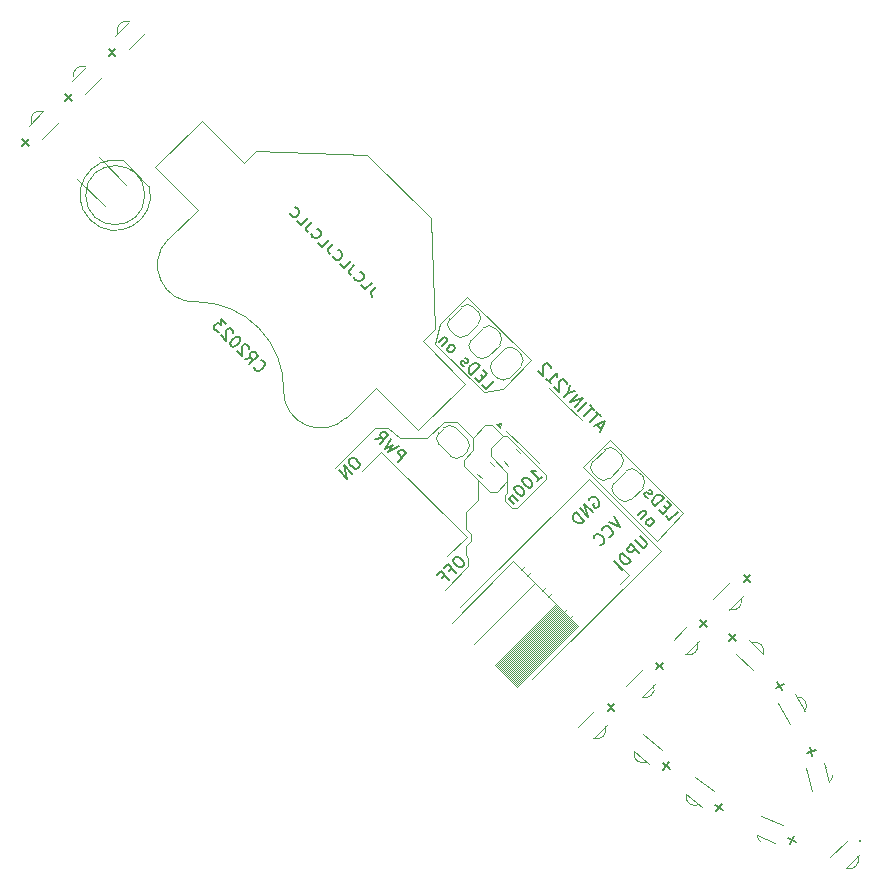
<source format=gbo>
G04 #@! TF.GenerationSoftware,KiCad,Pcbnew,8.0.3-8.0.3-0~ubuntu22.04.1*
G04 #@! TF.CreationDate,2024-06-25T01:58:43+02:00*
G04 #@! TF.ProjectId,ctfl-rakete-tht,6374666c-2d72-4616-9b65-74652d746874,Rev.A*
G04 #@! TF.SameCoordinates,Original*
G04 #@! TF.FileFunction,Legend,Bot*
G04 #@! TF.FilePolarity,Positive*
%FSLAX46Y46*%
G04 Gerber Fmt 4.6, Leading zero omitted, Abs format (unit mm)*
G04 Created by KiCad (PCBNEW 8.0.3-8.0.3-0~ubuntu22.04.1) date 2024-06-25 01:58:43*
%MOMM*%
%LPD*%
G01*
G04 APERTURE LIST*
G04 Aperture macros list*
%AMRoundRect*
0 Rectangle with rounded corners*
0 $1 Rounding radius*
0 $2 $3 $4 $5 $6 $7 $8 $9 X,Y pos of 4 corners*
0 Add a 4 corners polygon primitive as box body*
4,1,4,$2,$3,$4,$5,$6,$7,$8,$9,$2,$3,0*
0 Add four circle primitives for the rounded corners*
1,1,$1+$1,$2,$3*
1,1,$1+$1,$4,$5*
1,1,$1+$1,$6,$7*
1,1,$1+$1,$8,$9*
0 Add four rect primitives between the rounded corners*
20,1,$1+$1,$2,$3,$4,$5,0*
20,1,$1+$1,$4,$5,$6,$7,0*
20,1,$1+$1,$6,$7,$8,$9,0*
20,1,$1+$1,$8,$9,$2,$3,0*%
%AMRotRect*
0 Rectangle, with rotation*
0 The origin of the aperture is its center*
0 $1 length*
0 $2 width*
0 $3 Rotation angle, in degrees counterclockwise*
0 Add horizontal line*
21,1,$1,$2,0,0,$3*%
%AMFreePoly0*
4,1,19,0.499999,-0.750000,0.000000,-0.750000,0.000000,-0.744912,-0.071157,-0.744911,-0.207708,-0.704816,-0.327430,-0.627875,-0.420627,-0.520320,-0.479746,-0.390866,-0.500000,-0.250000,-0.500000,0.250000,-0.479746,0.390866,-0.420627,0.520320,-0.327430,0.627875,-0.207708,0.704816,-0.071157,0.744911,0.000000,0.744912,0.000000,0.750000,0.499999,0.750000,0.499999,-0.750000,0.499999,-0.750000,
$1*%
%AMFreePoly1*
4,1,19,0.000000,0.744912,0.071157,0.744911,0.207708,0.704816,0.327430,0.627875,0.420627,0.520320,0.479746,0.390866,0.500000,0.250000,0.500000,-0.250000,0.479746,-0.390866,0.420627,-0.520320,0.327430,-0.627875,0.207708,-0.704816,0.071157,-0.744911,0.000000,-0.744912,0.000000,-0.750000,-0.499999,-0.750000,-0.499999,0.750000,0.000000,0.750000,0.000000,0.744912,0.000000,0.744912,
$1*%
G04 Aperture macros list end*
%ADD10C,0.100000*%
%ADD11C,0.200000*%
%ADD12C,0.150000*%
%ADD13C,0.120000*%
%ADD14RotRect,5.000000X5.000000X315.000000*%
%ADD15RotRect,4.000000X4.000000X315.000000*%
%ADD16RoundRect,0.250000X0.546382X0.097939X0.078811X0.549467X-0.546382X-0.097939X-0.078811X-0.549467X0*%
%ADD17FreePoly0,315.000000*%
%ADD18FreePoly1,315.000000*%
%ADD19FreePoly0,45.000000*%
%ADD20FreePoly1,45.000000*%
%ADD21RoundRect,0.250000X0.088388X-0.548008X0.548008X-0.088388X-0.088388X0.548008X-0.548008X0.088388X0*%
%ADD22RoundRect,0.250000X0.574524X0.097227X0.097227X0.574524X-0.574524X-0.097227X-0.097227X-0.574524X0*%
%ADD23RoundRect,0.250000X0.551142X-0.066087X0.236016X0.502416X-0.551142X0.066087X-0.236016X-0.502416X0*%
%ADD24RoundRect,0.375000X0.883883X-1.414214X1.414214X-0.883883X-0.883883X1.414214X-1.414214X0.883883X0*%
%ADD25RoundRect,0.375000X-0.883883X1.414214X-1.414214X0.883883X0.883883X-1.414214X1.414214X-0.883883X0*%
%ADD26RoundRect,0.250000X-0.088388X0.548008X-0.548008X0.088388X0.088388X-0.548008X0.548008X-0.088388X0*%
%ADD27RoundRect,0.375000X-1.026620X-1.314268X-0.346889X-1.631232X1.026620X1.314268X0.346889X1.631232X0*%
%ADD28RoundRect,0.375000X-1.631232X-0.346889X-1.314268X-1.026620X1.631232X0.346889X1.314268X1.026620X0*%
%ADD29RoundRect,0.250000X-0.538219X-0.135814X-0.040290X-0.553626X0.538219X0.135814X0.040290X0.553626X0*%
%ADD30RoundRect,0.250000X-0.530373X-0.163796X-0.011260X-0.554976X0.530373X0.163796X0.011260X0.554976X0*%
%ADD31RoundRect,0.200000X1.131371X0.707107X0.707107X1.131371X-1.131371X-0.707107X-0.707107X-1.131371X0*%
%ADD32RoundRect,0.150000X-0.689429X0.477297X0.477297X-0.689429X0.689429X-0.477297X-0.477297X0.689429X0*%
%ADD33RotRect,5.000000X1.700000X45.000000*%
%ADD34RoundRect,0.250000X0.518783X-0.197457X0.350550X0.430394X-0.518783X0.197457X-0.350550X-0.430394X0*%
%ADD35RoundRect,0.250000X-0.479934X-0.278906X0.113871X-0.543285X0.479934X0.278906X-0.113871X0.543285X0*%
G04 APERTURE END LIST*
D10*
X117900000Y-69000000D02*
X120100000Y-71200000D01*
X150400000Y-92300000D02*
X153700000Y-95600000D01*
X153700000Y-95600000D02*
X153700000Y-95900000D01*
X163400000Y-102000000D02*
X152500000Y-112900000D01*
X150400000Y-95400000D02*
X150400000Y-96100000D01*
X157300000Y-95900000D02*
X163400000Y-102000000D01*
X150800000Y-98400000D02*
X150200000Y-97800000D01*
X149100000Y-91400000D02*
X148500000Y-91400000D01*
X147300000Y-100600000D02*
X146900000Y-100200000D01*
X148900000Y-97000000D02*
X149500000Y-97000000D01*
X163100000Y-101200000D02*
X156800000Y-94900000D01*
X159100000Y-92600000D02*
X165300000Y-98800000D01*
X153700000Y-95900000D02*
X151200000Y-98400000D01*
X146400000Y-106800000D02*
X157300000Y-95900000D01*
X152400000Y-85900000D02*
X150000000Y-88300000D01*
X156800000Y-94900000D02*
X159100000Y-92600000D01*
X146900000Y-101600000D02*
X147300000Y-101200000D01*
X150400000Y-96100000D02*
X150400000Y-97100000D01*
X146900000Y-102400000D02*
X146900000Y-101600000D01*
X149000000Y-94000000D02*
X149000000Y-93300000D01*
X146900000Y-100200000D02*
X146900000Y-98700000D01*
X147900000Y-96000000D02*
X147900000Y-97700000D01*
X150400000Y-97100000D02*
X150200000Y-97300000D01*
X150000000Y-92300000D02*
X150400000Y-92300000D01*
X139200000Y-91600000D02*
X135800000Y-95000000D01*
X144300000Y-84500000D02*
X144700000Y-82800000D01*
X147100000Y-102650000D02*
X146900000Y-102400000D01*
X146700000Y-94800000D02*
X148900000Y-97000000D01*
X147000000Y-80500000D02*
X152400000Y-85900000D01*
X144700000Y-82800000D02*
X147000000Y-80500000D01*
X150200000Y-97300000D02*
X150200000Y-97800000D01*
X120099999Y-71200000D02*
G75*
G02*
X117900000Y-69000001I-2899999J-700000D01*
G01*
X149000000Y-93300000D02*
X150000000Y-92300000D01*
X146700000Y-94300000D02*
X146700000Y-94800000D01*
X147300000Y-101200000D02*
X147300000Y-100600000D01*
X140300000Y-91600000D02*
X139200000Y-91600000D01*
X140300000Y-91600000D02*
X141300000Y-92500000D01*
X151200000Y-98400000D02*
X150800000Y-98400000D01*
X150000000Y-92300000D02*
X149100000Y-91400000D01*
X141300000Y-92500000D02*
X143600000Y-92500000D01*
X118100000Y-71000000D02*
X115800000Y-68700000D01*
X150400000Y-96100000D02*
X149500000Y-97000000D01*
X146900000Y-98700000D02*
X147900000Y-97700000D01*
X147500000Y-92500000D02*
X146100000Y-91100000D01*
X116300000Y-72800000D02*
X114000000Y-70500000D01*
X150000000Y-88300000D02*
X148400000Y-88600000D01*
X147500000Y-93500000D02*
X147500000Y-92500000D01*
X147500000Y-93500000D02*
X146700000Y-94300000D01*
X148400000Y-88600000D02*
X144300000Y-84500000D01*
X165300000Y-98800000D02*
X163100000Y-101200000D01*
X146100000Y-91100000D02*
X145000000Y-91100000D01*
X145000000Y-91100000D02*
X143600000Y-92500000D01*
X119700000Y-71900000D02*
G75*
G02*
X114700000Y-71900000I-2500000J0D01*
G01*
X114700000Y-71900000D02*
G75*
G02*
X119700000Y-71900000I2500000J0D01*
G01*
X147100000Y-102650000D02*
X147100000Y-103300000D01*
X149000000Y-94000000D02*
X150400000Y-95400000D01*
X147100000Y-103300000D02*
X145100000Y-105300000D01*
X148500000Y-91400000D02*
X147500000Y-92500000D01*
D11*
X128929133Y-86433980D02*
X128929133Y-86501324D01*
X128929133Y-86501324D02*
X128996476Y-86636011D01*
X128996476Y-86636011D02*
X129063820Y-86703354D01*
X129063820Y-86703354D02*
X129198507Y-86770698D01*
X129198507Y-86770698D02*
X129333194Y-86770698D01*
X129333194Y-86770698D02*
X129434209Y-86737026D01*
X129434209Y-86737026D02*
X129602568Y-86636011D01*
X129602568Y-86636011D02*
X129703583Y-86534996D01*
X129703583Y-86534996D02*
X129804599Y-86366637D01*
X129804599Y-86366637D02*
X129838270Y-86265622D01*
X129838270Y-86265622D02*
X129838270Y-86130935D01*
X129838270Y-86130935D02*
X129770927Y-85996248D01*
X129770927Y-85996248D02*
X129703583Y-85928904D01*
X129703583Y-85928904D02*
X129568896Y-85861561D01*
X129568896Y-85861561D02*
X129501553Y-85861561D01*
X128154683Y-85794217D02*
X128727102Y-85693202D01*
X128558744Y-86198278D02*
X129265850Y-85491171D01*
X129265850Y-85491171D02*
X128996476Y-85221797D01*
X128996476Y-85221797D02*
X128895461Y-85188125D01*
X128895461Y-85188125D02*
X128828118Y-85188125D01*
X128828118Y-85188125D02*
X128727102Y-85221797D01*
X128727102Y-85221797D02*
X128626087Y-85322812D01*
X128626087Y-85322812D02*
X128592415Y-85423828D01*
X128592415Y-85423828D02*
X128592415Y-85491171D01*
X128592415Y-85491171D02*
X128626087Y-85592186D01*
X128626087Y-85592186D02*
X128895461Y-85861561D01*
X128525072Y-84885080D02*
X128525072Y-84817736D01*
X128525072Y-84817736D02*
X128491400Y-84716721D01*
X128491400Y-84716721D02*
X128323041Y-84548362D01*
X128323041Y-84548362D02*
X128222026Y-84514690D01*
X128222026Y-84514690D02*
X128154683Y-84514690D01*
X128154683Y-84514690D02*
X128053667Y-84548362D01*
X128053667Y-84548362D02*
X127986324Y-84615706D01*
X127986324Y-84615706D02*
X127918980Y-84750393D01*
X127918980Y-84750393D02*
X127918980Y-85558515D01*
X127918980Y-85558515D02*
X127481248Y-85120782D01*
X127750622Y-83975942D02*
X127683278Y-83908599D01*
X127683278Y-83908599D02*
X127582263Y-83874927D01*
X127582263Y-83874927D02*
X127514919Y-83874927D01*
X127514919Y-83874927D02*
X127413904Y-83908599D01*
X127413904Y-83908599D02*
X127245545Y-84009614D01*
X127245545Y-84009614D02*
X127077187Y-84177973D01*
X127077187Y-84177973D02*
X126976171Y-84346332D01*
X126976171Y-84346332D02*
X126942500Y-84447347D01*
X126942500Y-84447347D02*
X126942500Y-84514690D01*
X126942500Y-84514690D02*
X126976171Y-84615706D01*
X126976171Y-84615706D02*
X127043515Y-84683049D01*
X127043515Y-84683049D02*
X127144530Y-84716721D01*
X127144530Y-84716721D02*
X127211874Y-84716721D01*
X127211874Y-84716721D02*
X127312889Y-84683049D01*
X127312889Y-84683049D02*
X127481248Y-84582034D01*
X127481248Y-84582034D02*
X127649606Y-84413675D01*
X127649606Y-84413675D02*
X127750622Y-84245316D01*
X127750622Y-84245316D02*
X127784293Y-84144301D01*
X127784293Y-84144301D02*
X127784293Y-84076958D01*
X127784293Y-84076958D02*
X127750622Y-83975942D01*
X127178202Y-83538210D02*
X127178202Y-83470866D01*
X127178202Y-83470866D02*
X127144530Y-83369851D01*
X127144530Y-83369851D02*
X126976171Y-83201492D01*
X126976171Y-83201492D02*
X126875156Y-83167820D01*
X126875156Y-83167820D02*
X126807813Y-83167820D01*
X126807813Y-83167820D02*
X126706797Y-83201492D01*
X126706797Y-83201492D02*
X126639454Y-83268836D01*
X126639454Y-83268836D02*
X126572110Y-83403523D01*
X126572110Y-83403523D02*
X126572110Y-84211645D01*
X126572110Y-84211645D02*
X126134378Y-83773912D01*
X126605782Y-82831103D02*
X126168049Y-82393370D01*
X126168049Y-82393370D02*
X126134378Y-82898446D01*
X126134378Y-82898446D02*
X126033362Y-82797431D01*
X126033362Y-82797431D02*
X125932347Y-82763759D01*
X125932347Y-82763759D02*
X125865003Y-82763759D01*
X125865003Y-82763759D02*
X125763988Y-82797431D01*
X125763988Y-82797431D02*
X125595629Y-82965790D01*
X125595629Y-82965790D02*
X125561958Y-83066805D01*
X125561958Y-83066805D02*
X125561958Y-83134149D01*
X125561958Y-83134149D02*
X125595629Y-83235164D01*
X125595629Y-83235164D02*
X125797660Y-83437194D01*
X125797660Y-83437194D02*
X125898675Y-83470866D01*
X125898675Y-83470866D02*
X125966019Y-83470866D01*
X141123041Y-94462575D02*
X141830148Y-93755469D01*
X141830148Y-93755469D02*
X141560774Y-93486094D01*
X141560774Y-93486094D02*
X141459758Y-93452423D01*
X141459758Y-93452423D02*
X141392415Y-93452423D01*
X141392415Y-93452423D02*
X141291400Y-93486094D01*
X141291400Y-93486094D02*
X141190384Y-93587110D01*
X141190384Y-93587110D02*
X141156713Y-93688125D01*
X141156713Y-93688125D02*
X141156713Y-93755469D01*
X141156713Y-93755469D02*
X141190384Y-93856484D01*
X141190384Y-93856484D02*
X141459758Y-94125858D01*
X141190384Y-93115705D02*
X140314919Y-93654453D01*
X140314919Y-93654453D02*
X140685308Y-93014690D01*
X140685308Y-93014690D02*
X140045545Y-93385079D01*
X140045545Y-93385079D02*
X140584293Y-92509614D01*
X139203751Y-92543286D02*
X139776171Y-92442270D01*
X139607812Y-92947347D02*
X140314919Y-92240240D01*
X140314919Y-92240240D02*
X140045545Y-91970866D01*
X140045545Y-91970866D02*
X139944530Y-91937194D01*
X139944530Y-91937194D02*
X139877186Y-91937194D01*
X139877186Y-91937194D02*
X139776171Y-91970866D01*
X139776171Y-91970866D02*
X139675156Y-92071881D01*
X139675156Y-92071881D02*
X139641484Y-92172896D01*
X139641484Y-92172896D02*
X139641484Y-92240240D01*
X139641484Y-92240240D02*
X139675156Y-92341255D01*
X139675156Y-92341255D02*
X139944530Y-92610629D01*
X161590155Y-100735164D02*
X162162575Y-101307584D01*
X162162575Y-101307584D02*
X162196247Y-101408599D01*
X162196247Y-101408599D02*
X162196247Y-101475943D01*
X162196247Y-101475943D02*
X162162575Y-101576958D01*
X162162575Y-101576958D02*
X162027888Y-101711645D01*
X162027888Y-101711645D02*
X161926873Y-101745317D01*
X161926873Y-101745317D02*
X161859529Y-101745317D01*
X161859529Y-101745317D02*
X161758514Y-101711645D01*
X161758514Y-101711645D02*
X161186094Y-101139225D01*
X161556484Y-102183050D02*
X160849377Y-101475943D01*
X160849377Y-101475943D02*
X160580003Y-101745317D01*
X160580003Y-101745317D02*
X160546331Y-101846332D01*
X160546331Y-101846332D02*
X160546331Y-101913676D01*
X160546331Y-101913676D02*
X160580003Y-102014691D01*
X160580003Y-102014691D02*
X160681018Y-102115706D01*
X160681018Y-102115706D02*
X160782033Y-102149378D01*
X160782033Y-102149378D02*
X160849377Y-102149378D01*
X160849377Y-102149378D02*
X160950392Y-102115706D01*
X160950392Y-102115706D02*
X161219766Y-101846332D01*
X160849377Y-102890156D02*
X160142270Y-102183050D01*
X160142270Y-102183050D02*
X159973911Y-102351408D01*
X159973911Y-102351408D02*
X159906568Y-102486095D01*
X159906568Y-102486095D02*
X159906568Y-102620782D01*
X159906568Y-102620782D02*
X159940240Y-102721798D01*
X159940240Y-102721798D02*
X160041255Y-102890156D01*
X160041255Y-102890156D02*
X160142270Y-102991172D01*
X160142270Y-102991172D02*
X160310629Y-103092187D01*
X160310629Y-103092187D02*
X160411644Y-103125859D01*
X160411644Y-103125859D02*
X160546331Y-103125859D01*
X160546331Y-103125859D02*
X160681018Y-103058515D01*
X160681018Y-103058515D02*
X160849377Y-102890156D01*
X160142270Y-103597263D02*
X159435163Y-102890156D01*
X163790212Y-99091344D02*
X164126930Y-99428062D01*
X164126930Y-99428062D02*
X164834036Y-98720955D01*
X163924899Y-98485253D02*
X163689197Y-98249550D01*
X163217792Y-98518924D02*
X163554510Y-98855642D01*
X163554510Y-98855642D02*
X164261616Y-98148535D01*
X164261616Y-98148535D02*
X163924899Y-97811818D01*
X162914746Y-98215879D02*
X163621853Y-97508772D01*
X163621853Y-97508772D02*
X163453494Y-97340413D01*
X163453494Y-97340413D02*
X163318807Y-97273070D01*
X163318807Y-97273070D02*
X163184120Y-97273070D01*
X163184120Y-97273070D02*
X163083105Y-97306741D01*
X163083105Y-97306741D02*
X162914746Y-97407757D01*
X162914746Y-97407757D02*
X162813731Y-97508772D01*
X162813731Y-97508772D02*
X162712716Y-97677131D01*
X162712716Y-97677131D02*
X162679044Y-97778146D01*
X162679044Y-97778146D02*
X162679044Y-97912833D01*
X162679044Y-97912833D02*
X162746388Y-98047520D01*
X162746388Y-98047520D02*
X162914746Y-98215879D01*
X162274983Y-97508772D02*
X162173968Y-97475100D01*
X162173968Y-97475100D02*
X162039281Y-97340413D01*
X162039281Y-97340413D02*
X162005609Y-97239398D01*
X162005609Y-97239398D02*
X162039281Y-97138383D01*
X162039281Y-97138383D02*
X162072953Y-97104711D01*
X162072953Y-97104711D02*
X162173968Y-97071039D01*
X162173968Y-97071039D02*
X162274983Y-97104711D01*
X162274983Y-97104711D02*
X162375998Y-97205726D01*
X162375998Y-97205726D02*
X162477014Y-97239398D01*
X162477014Y-97239398D02*
X162578029Y-97205726D01*
X162578029Y-97205726D02*
X162611701Y-97172054D01*
X162611701Y-97172054D02*
X162645372Y-97071039D01*
X162645372Y-97071039D02*
X162611701Y-96970024D01*
X162611701Y-96970024D02*
X162510685Y-96869009D01*
X162510685Y-96869009D02*
X162409670Y-96835337D01*
X162281421Y-99859357D02*
X162382436Y-99893029D01*
X162382436Y-99893029D02*
X162449779Y-99893029D01*
X162449779Y-99893029D02*
X162550795Y-99859357D01*
X162550795Y-99859357D02*
X162752825Y-99657326D01*
X162752825Y-99657326D02*
X162786497Y-99556311D01*
X162786497Y-99556311D02*
X162786497Y-99488968D01*
X162786497Y-99488968D02*
X162752825Y-99387952D01*
X162752825Y-99387952D02*
X162651810Y-99286937D01*
X162651810Y-99286937D02*
X162550795Y-99253265D01*
X162550795Y-99253265D02*
X162483451Y-99253265D01*
X162483451Y-99253265D02*
X162382436Y-99286937D01*
X162382436Y-99286937D02*
X162180405Y-99488968D01*
X162180405Y-99488968D02*
X162146734Y-99589983D01*
X162146734Y-99589983D02*
X162146734Y-99657326D01*
X162146734Y-99657326D02*
X162180405Y-99758342D01*
X162180405Y-99758342D02*
X162281421Y-99859357D01*
X162214077Y-98849204D02*
X161742673Y-99320609D01*
X162146734Y-98916548D02*
X162146734Y-98849204D01*
X162146734Y-98849204D02*
X162113062Y-98748189D01*
X162113062Y-98748189D02*
X162012047Y-98647174D01*
X162012047Y-98647174D02*
X161911031Y-98613502D01*
X161911031Y-98613502D02*
X161810016Y-98647174D01*
X161810016Y-98647174D02*
X161439627Y-99017563D01*
X137150393Y-94174927D02*
X137015706Y-94309614D01*
X137015706Y-94309614D02*
X136982034Y-94410629D01*
X136982034Y-94410629D02*
X136982034Y-94545316D01*
X136982034Y-94545316D02*
X137083049Y-94713675D01*
X137083049Y-94713675D02*
X137318751Y-94949377D01*
X137318751Y-94949377D02*
X137487110Y-95050393D01*
X137487110Y-95050393D02*
X137621797Y-95050393D01*
X137621797Y-95050393D02*
X137722812Y-95016721D01*
X137722812Y-95016721D02*
X137857499Y-94882034D01*
X137857499Y-94882034D02*
X137891171Y-94781019D01*
X137891171Y-94781019D02*
X137891171Y-94646332D01*
X137891171Y-94646332D02*
X137790156Y-94477973D01*
X137790156Y-94477973D02*
X137554454Y-94242271D01*
X137554454Y-94242271D02*
X137386095Y-94141255D01*
X137386095Y-94141255D02*
X137251408Y-94141255D01*
X137251408Y-94141255D02*
X137150393Y-94174927D01*
X137251408Y-95488125D02*
X136544301Y-94781019D01*
X136544301Y-94781019D02*
X136847347Y-95892186D01*
X136847347Y-95892186D02*
X136140240Y-95185080D01*
X145986095Y-102539225D02*
X145851408Y-102673912D01*
X145851408Y-102673912D02*
X145817736Y-102774927D01*
X145817736Y-102774927D02*
X145817736Y-102909614D01*
X145817736Y-102909614D02*
X145918751Y-103077973D01*
X145918751Y-103077973D02*
X146154453Y-103313675D01*
X146154453Y-103313675D02*
X146322812Y-103414691D01*
X146322812Y-103414691D02*
X146457499Y-103414691D01*
X146457499Y-103414691D02*
X146558514Y-103381019D01*
X146558514Y-103381019D02*
X146693201Y-103246332D01*
X146693201Y-103246332D02*
X146726873Y-103145317D01*
X146726873Y-103145317D02*
X146726873Y-103010630D01*
X146726873Y-103010630D02*
X146625858Y-102842271D01*
X146625858Y-102842271D02*
X146390156Y-102606569D01*
X146390156Y-102606569D02*
X146221797Y-102505553D01*
X146221797Y-102505553D02*
X146087110Y-102505553D01*
X146087110Y-102505553D02*
X145986095Y-102539225D01*
X145481018Y-103717736D02*
X145716721Y-103482034D01*
X146087110Y-103852423D02*
X145380003Y-103145317D01*
X145380003Y-103145317D02*
X145043286Y-103482034D01*
X144874927Y-104323828D02*
X145110629Y-104088126D01*
X145481018Y-104458515D02*
X144773912Y-103751408D01*
X144773912Y-103751408D02*
X144437194Y-104088126D01*
X148230148Y-87969682D02*
X148566866Y-88306400D01*
X148566866Y-88306400D02*
X149273972Y-87599293D01*
X148364835Y-87363591D02*
X148129133Y-87127889D01*
X147657728Y-87397263D02*
X147994446Y-87733980D01*
X147994446Y-87733980D02*
X148701553Y-87026873D01*
X148701553Y-87026873D02*
X148364835Y-86690156D01*
X147354682Y-87094217D02*
X148061789Y-86387110D01*
X148061789Y-86387110D02*
X147893430Y-86218751D01*
X147893430Y-86218751D02*
X147758743Y-86151408D01*
X147758743Y-86151408D02*
X147624056Y-86151408D01*
X147624056Y-86151408D02*
X147523041Y-86185079D01*
X147523041Y-86185079D02*
X147354682Y-86286095D01*
X147354682Y-86286095D02*
X147253667Y-86387110D01*
X147253667Y-86387110D02*
X147152652Y-86555469D01*
X147152652Y-86555469D02*
X147118980Y-86656484D01*
X147118980Y-86656484D02*
X147118980Y-86791171D01*
X147118980Y-86791171D02*
X147186324Y-86925858D01*
X147186324Y-86925858D02*
X147354682Y-87094217D01*
X146714919Y-86387110D02*
X146613904Y-86353438D01*
X146613904Y-86353438D02*
X146479217Y-86218751D01*
X146479217Y-86218751D02*
X146445545Y-86117736D01*
X146445545Y-86117736D02*
X146479217Y-86016721D01*
X146479217Y-86016721D02*
X146512889Y-85983049D01*
X146512889Y-85983049D02*
X146613904Y-85949377D01*
X146613904Y-85949377D02*
X146714919Y-85983049D01*
X146714919Y-85983049D02*
X146815934Y-86084064D01*
X146815934Y-86084064D02*
X146916950Y-86117736D01*
X146916950Y-86117736D02*
X147017965Y-86084064D01*
X147017965Y-86084064D02*
X147051637Y-86050392D01*
X147051637Y-86050392D02*
X147085308Y-85949377D01*
X147085308Y-85949377D02*
X147051637Y-85848362D01*
X147051637Y-85848362D02*
X146950621Y-85747347D01*
X146950621Y-85747347D02*
X146849606Y-85713675D01*
X145435392Y-85174927D02*
X145536408Y-85208598D01*
X145536408Y-85208598D02*
X145603751Y-85208598D01*
X145603751Y-85208598D02*
X145704766Y-85174927D01*
X145704766Y-85174927D02*
X145906797Y-84972896D01*
X145906797Y-84972896D02*
X145940469Y-84871881D01*
X145940469Y-84871881D02*
X145940469Y-84804537D01*
X145940469Y-84804537D02*
X145906797Y-84703522D01*
X145906797Y-84703522D02*
X145805782Y-84602507D01*
X145805782Y-84602507D02*
X145704766Y-84568835D01*
X145704766Y-84568835D02*
X145637423Y-84568835D01*
X145637423Y-84568835D02*
X145536408Y-84602507D01*
X145536408Y-84602507D02*
X145334377Y-84804537D01*
X145334377Y-84804537D02*
X145300705Y-84905553D01*
X145300705Y-84905553D02*
X145300705Y-84972896D01*
X145300705Y-84972896D02*
X145334377Y-85073911D01*
X145334377Y-85073911D02*
X145435392Y-85174927D01*
X145368049Y-84164774D02*
X144896644Y-84636178D01*
X145300705Y-84232117D02*
X145300705Y-84164774D01*
X145300705Y-84164774D02*
X145267033Y-84063759D01*
X145267033Y-84063759D02*
X145166018Y-83962743D01*
X145166018Y-83962743D02*
X145065003Y-83929072D01*
X145065003Y-83929072D02*
X144963988Y-83962743D01*
X144963988Y-83962743D02*
X144593598Y-84333133D01*
X159455469Y-99069851D02*
X159926873Y-100012660D01*
X159926873Y-100012660D02*
X158984064Y-99541256D01*
X158984064Y-100820782D02*
X159051407Y-100820782D01*
X159051407Y-100820782D02*
X159186094Y-100753439D01*
X159186094Y-100753439D02*
X159253438Y-100686095D01*
X159253438Y-100686095D02*
X159320782Y-100551408D01*
X159320782Y-100551408D02*
X159320782Y-100416721D01*
X159320782Y-100416721D02*
X159287110Y-100315706D01*
X159287110Y-100315706D02*
X159186094Y-100147347D01*
X159186094Y-100147347D02*
X159085079Y-100046332D01*
X159085079Y-100046332D02*
X158916720Y-99945317D01*
X158916720Y-99945317D02*
X158815705Y-99911645D01*
X158815705Y-99911645D02*
X158681018Y-99911645D01*
X158681018Y-99911645D02*
X158546331Y-99978989D01*
X158546331Y-99978989D02*
X158478988Y-100046332D01*
X158478988Y-100046332D02*
X158411644Y-100181019D01*
X158411644Y-100181019D02*
X158411644Y-100248363D01*
X158276957Y-101527889D02*
X158344301Y-101527889D01*
X158344301Y-101527889D02*
X158478988Y-101460546D01*
X158478988Y-101460546D02*
X158546331Y-101393202D01*
X158546331Y-101393202D02*
X158613675Y-101258515D01*
X158613675Y-101258515D02*
X158613675Y-101123828D01*
X158613675Y-101123828D02*
X158580003Y-101022813D01*
X158580003Y-101022813D02*
X158478988Y-100854454D01*
X158478988Y-100854454D02*
X158377972Y-100753439D01*
X158377972Y-100753439D02*
X158209614Y-100652424D01*
X158209614Y-100652424D02*
X158108598Y-100618752D01*
X158108598Y-100618752D02*
X157973911Y-100618752D01*
X157973911Y-100618752D02*
X157839224Y-100686095D01*
X157839224Y-100686095D02*
X157771881Y-100753439D01*
X157771881Y-100753439D02*
X157704537Y-100888126D01*
X157704537Y-100888126D02*
X157704537Y-100955469D01*
D12*
X139275664Y-79656656D02*
X138871603Y-80060717D01*
X138871603Y-80060717D02*
X138824463Y-80175201D01*
X138824463Y-80175201D02*
X138837931Y-80296419D01*
X138837931Y-80296419D02*
X138912009Y-80424372D01*
X138912009Y-80424372D02*
X138979353Y-80491715D01*
X138036543Y-79548906D02*
X138373261Y-79885624D01*
X138373261Y-79885624D02*
X138938946Y-79319938D01*
X137450655Y-78855268D02*
X137457389Y-78915877D01*
X137457389Y-78915877D02*
X137531467Y-79043830D01*
X137531467Y-79043830D02*
X137598810Y-79111173D01*
X137598810Y-79111173D02*
X137726763Y-79185251D01*
X137726763Y-79185251D02*
X137847981Y-79198720D01*
X137847981Y-79198720D02*
X137935528Y-79178517D01*
X137935528Y-79178517D02*
X138076949Y-79104439D01*
X138076949Y-79104439D02*
X138157762Y-79023627D01*
X138157762Y-79023627D02*
X138231839Y-78882205D01*
X138231839Y-78882205D02*
X138252042Y-78794659D01*
X138252042Y-78794659D02*
X138238574Y-78673441D01*
X138238574Y-78673441D02*
X138164496Y-78545488D01*
X138164496Y-78545488D02*
X138097152Y-78478144D01*
X138097152Y-78478144D02*
X137969200Y-78404067D01*
X137969200Y-78404067D02*
X137908591Y-78397332D01*
X137457389Y-77838381D02*
X137053328Y-78242442D01*
X137053328Y-78242442D02*
X137006188Y-78356926D01*
X137006188Y-78356926D02*
X137019656Y-78478144D01*
X137019656Y-78478144D02*
X137093734Y-78606097D01*
X137093734Y-78606097D02*
X137161078Y-78673441D01*
X136218268Y-77730631D02*
X136554986Y-78067349D01*
X136554986Y-78067349D02*
X137120671Y-77501663D01*
X135632380Y-77036993D02*
X135639114Y-77097602D01*
X135639114Y-77097602D02*
X135713192Y-77225555D01*
X135713192Y-77225555D02*
X135780536Y-77292898D01*
X135780536Y-77292898D02*
X135908488Y-77366976D01*
X135908488Y-77366976D02*
X136029707Y-77380445D01*
X136029707Y-77380445D02*
X136117253Y-77360242D01*
X136117253Y-77360242D02*
X136258674Y-77286164D01*
X136258674Y-77286164D02*
X136339487Y-77205352D01*
X136339487Y-77205352D02*
X136413565Y-77063931D01*
X136413565Y-77063931D02*
X136433768Y-76976384D01*
X136433768Y-76976384D02*
X136420299Y-76855166D01*
X136420299Y-76855166D02*
X136346221Y-76727213D01*
X136346221Y-76727213D02*
X136278878Y-76659870D01*
X136278878Y-76659870D02*
X136150925Y-76585792D01*
X136150925Y-76585792D02*
X136090316Y-76579057D01*
X135639114Y-76020106D02*
X135235053Y-76424167D01*
X135235053Y-76424167D02*
X135187913Y-76538651D01*
X135187913Y-76538651D02*
X135201381Y-76659870D01*
X135201381Y-76659870D02*
X135275459Y-76787822D01*
X135275459Y-76787822D02*
X135342803Y-76855166D01*
X134399994Y-75912356D02*
X134736711Y-76249074D01*
X134736711Y-76249074D02*
X135302397Y-75683389D01*
X133814105Y-75218718D02*
X133820839Y-75279327D01*
X133820839Y-75279327D02*
X133894917Y-75407280D01*
X133894917Y-75407280D02*
X133962261Y-75474624D01*
X133962261Y-75474624D02*
X134090213Y-75548701D01*
X134090213Y-75548701D02*
X134211432Y-75562170D01*
X134211432Y-75562170D02*
X134298978Y-75541967D01*
X134298978Y-75541967D02*
X134440400Y-75467889D01*
X134440400Y-75467889D02*
X134521212Y-75387077D01*
X134521212Y-75387077D02*
X134595290Y-75245656D01*
X134595290Y-75245656D02*
X134615493Y-75158109D01*
X134615493Y-75158109D02*
X134602024Y-75036891D01*
X134602024Y-75036891D02*
X134527946Y-74908938D01*
X134527946Y-74908938D02*
X134460603Y-74841595D01*
X134460603Y-74841595D02*
X134332650Y-74767517D01*
X134332650Y-74767517D02*
X134272041Y-74760782D01*
X133820839Y-74201831D02*
X133416778Y-74605892D01*
X133416778Y-74605892D02*
X133369638Y-74720376D01*
X133369638Y-74720376D02*
X133383107Y-74841595D01*
X133383107Y-74841595D02*
X133457184Y-74969547D01*
X133457184Y-74969547D02*
X133524528Y-75036891D01*
X132581719Y-74094082D02*
X132918436Y-74430799D01*
X132918436Y-74430799D02*
X133484122Y-73865114D01*
X131995830Y-73400443D02*
X132002564Y-73461053D01*
X132002564Y-73461053D02*
X132076642Y-73589005D01*
X132076642Y-73589005D02*
X132143986Y-73656349D01*
X132143986Y-73656349D02*
X132271938Y-73730427D01*
X132271938Y-73730427D02*
X132393157Y-73743895D01*
X132393157Y-73743895D02*
X132480703Y-73723692D01*
X132480703Y-73723692D02*
X132622125Y-73649614D01*
X132622125Y-73649614D02*
X132702937Y-73568802D01*
X132702937Y-73568802D02*
X132777015Y-73427381D01*
X132777015Y-73427381D02*
X132797218Y-73339834D01*
X132797218Y-73339834D02*
X132783749Y-73218616D01*
X132783749Y-73218616D02*
X132709671Y-73090663D01*
X132709671Y-73090663D02*
X132642328Y-73023320D01*
X132642328Y-73023320D02*
X132514375Y-72949242D01*
X132514375Y-72949242D02*
X132453766Y-72942508D01*
D11*
X158341316Y-91676789D02*
X158004599Y-91340072D01*
X158206629Y-91946163D02*
X158678034Y-91003354D01*
X158678034Y-91003354D02*
X157735225Y-91474759D01*
X158307644Y-90632965D02*
X157903583Y-90228904D01*
X157398507Y-91138041D02*
X158105614Y-90430934D01*
X157768896Y-90094217D02*
X157364835Y-89690156D01*
X156859759Y-90599293D02*
X157566866Y-89892186D01*
X156422026Y-90161560D02*
X157129133Y-89454453D01*
X156085309Y-89824843D02*
X156792415Y-89117736D01*
X156792415Y-89117736D02*
X155681248Y-89420782D01*
X155681248Y-89420782D02*
X156388354Y-88713675D01*
X155546561Y-88612660D02*
X155209843Y-88949377D01*
X156152652Y-88477973D02*
X155546561Y-88612660D01*
X155546561Y-88612660D02*
X155681248Y-88006568D01*
X155411874Y-87871881D02*
X155411874Y-87804538D01*
X155411874Y-87804538D02*
X155378202Y-87703523D01*
X155378202Y-87703523D02*
X155209843Y-87535164D01*
X155209843Y-87535164D02*
X155108828Y-87501492D01*
X155108828Y-87501492D02*
X155041484Y-87501492D01*
X155041484Y-87501492D02*
X154940469Y-87535164D01*
X154940469Y-87535164D02*
X154873126Y-87602507D01*
X154873126Y-87602507D02*
X154805782Y-87737194D01*
X154805782Y-87737194D02*
X154805782Y-88545316D01*
X154805782Y-88545316D02*
X154368049Y-88107584D01*
X153694614Y-87434149D02*
X154098675Y-87838210D01*
X153896645Y-87636179D02*
X154603751Y-86929072D01*
X154603751Y-86929072D02*
X154570080Y-87097431D01*
X154570080Y-87097431D02*
X154570080Y-87232118D01*
X154570080Y-87232118D02*
X154603751Y-87333133D01*
X154065003Y-86525011D02*
X154065003Y-86457668D01*
X154065003Y-86457668D02*
X154031332Y-86356652D01*
X154031332Y-86356652D02*
X153862973Y-86188294D01*
X153862973Y-86188294D02*
X153761958Y-86154622D01*
X153761958Y-86154622D02*
X153694614Y-86154622D01*
X153694614Y-86154622D02*
X153593599Y-86188294D01*
X153593599Y-86188294D02*
X153526255Y-86255637D01*
X153526255Y-86255637D02*
X153458912Y-86390324D01*
X153458912Y-86390324D02*
X153458912Y-87198446D01*
X153458912Y-87198446D02*
X153021179Y-86760713D01*
X157285079Y-97707584D02*
X157318751Y-97606569D01*
X157318751Y-97606569D02*
X157419766Y-97505553D01*
X157419766Y-97505553D02*
X157554453Y-97438210D01*
X157554453Y-97438210D02*
X157689140Y-97438210D01*
X157689140Y-97438210D02*
X157790156Y-97471882D01*
X157790156Y-97471882D02*
X157958514Y-97572897D01*
X157958514Y-97572897D02*
X158059530Y-97673912D01*
X158059530Y-97673912D02*
X158160545Y-97842271D01*
X158160545Y-97842271D02*
X158194217Y-97943286D01*
X158194217Y-97943286D02*
X158194217Y-98077973D01*
X158194217Y-98077973D02*
X158126873Y-98212660D01*
X158126873Y-98212660D02*
X158059530Y-98280004D01*
X158059530Y-98280004D02*
X157924843Y-98347347D01*
X157924843Y-98347347D02*
X157857499Y-98347347D01*
X157857499Y-98347347D02*
X157621797Y-98111645D01*
X157621797Y-98111645D02*
X157756484Y-97976958D01*
X157621797Y-98717737D02*
X156914690Y-98010630D01*
X156914690Y-98010630D02*
X157217736Y-99121798D01*
X157217736Y-99121798D02*
X156510629Y-98414691D01*
X156881018Y-99458515D02*
X156173912Y-98751408D01*
X156173912Y-98751408D02*
X156005553Y-98919767D01*
X156005553Y-98919767D02*
X155938209Y-99054454D01*
X155938209Y-99054454D02*
X155938209Y-99189141D01*
X155938209Y-99189141D02*
X155971881Y-99290156D01*
X155971881Y-99290156D02*
X156072896Y-99458515D01*
X156072896Y-99458515D02*
X156173912Y-99559530D01*
X156173912Y-99559530D02*
X156342270Y-99660546D01*
X156342270Y-99660546D02*
X156443286Y-99694217D01*
X156443286Y-99694217D02*
X156577973Y-99694217D01*
X156577973Y-99694217D02*
X156712660Y-99626874D01*
X156712660Y-99626874D02*
X156881018Y-99458515D01*
X152911053Y-96128481D02*
X153315114Y-95724420D01*
X153113083Y-95926450D02*
X152405976Y-95219343D01*
X152405976Y-95219343D02*
X152574335Y-95253015D01*
X152574335Y-95253015D02*
X152709022Y-95253015D01*
X152709022Y-95253015D02*
X152810037Y-95219343D01*
X151766213Y-95859107D02*
X151698869Y-95926450D01*
X151698869Y-95926450D02*
X151665198Y-96027466D01*
X151665198Y-96027466D02*
X151665198Y-96094809D01*
X151665198Y-96094809D02*
X151698869Y-96195824D01*
X151698869Y-96195824D02*
X151799885Y-96364183D01*
X151799885Y-96364183D02*
X151968243Y-96532542D01*
X151968243Y-96532542D02*
X152136602Y-96633557D01*
X152136602Y-96633557D02*
X152237617Y-96667229D01*
X152237617Y-96667229D02*
X152304961Y-96667229D01*
X152304961Y-96667229D02*
X152405976Y-96633557D01*
X152405976Y-96633557D02*
X152473320Y-96566214D01*
X152473320Y-96566214D02*
X152506991Y-96465198D01*
X152506991Y-96465198D02*
X152506991Y-96397855D01*
X152506991Y-96397855D02*
X152473320Y-96296840D01*
X152473320Y-96296840D02*
X152372304Y-96128481D01*
X152372304Y-96128481D02*
X152203946Y-95960122D01*
X152203946Y-95960122D02*
X152035587Y-95859107D01*
X152035587Y-95859107D02*
X151934572Y-95825435D01*
X151934572Y-95825435D02*
X151867228Y-95825435D01*
X151867228Y-95825435D02*
X151766213Y-95859107D01*
X151092778Y-96532542D02*
X151025434Y-96599885D01*
X151025434Y-96599885D02*
X150991763Y-96700901D01*
X150991763Y-96700901D02*
X150991763Y-96768244D01*
X150991763Y-96768244D02*
X151025434Y-96869259D01*
X151025434Y-96869259D02*
X151126450Y-97037618D01*
X151126450Y-97037618D02*
X151294808Y-97205977D01*
X151294808Y-97205977D02*
X151463167Y-97306992D01*
X151463167Y-97306992D02*
X151564182Y-97340664D01*
X151564182Y-97340664D02*
X151631526Y-97340664D01*
X151631526Y-97340664D02*
X151732541Y-97306992D01*
X151732541Y-97306992D02*
X151799885Y-97239649D01*
X151799885Y-97239649D02*
X151833556Y-97138633D01*
X151833556Y-97138633D02*
X151833556Y-97071290D01*
X151833556Y-97071290D02*
X151799885Y-96970275D01*
X151799885Y-96970275D02*
X151698869Y-96801916D01*
X151698869Y-96801916D02*
X151530511Y-96633557D01*
X151530511Y-96633557D02*
X151362152Y-96532542D01*
X151362152Y-96532542D02*
X151261137Y-96498870D01*
X151261137Y-96498870D02*
X151193793Y-96498870D01*
X151193793Y-96498870D02*
X151092778Y-96532542D01*
X150789732Y-97306992D02*
X151261137Y-97778397D01*
X150857076Y-97374336D02*
X150789732Y-97374336D01*
X150789732Y-97374336D02*
X150688717Y-97408007D01*
X150688717Y-97408007D02*
X150587702Y-97509023D01*
X150587702Y-97509023D02*
X150554030Y-97610038D01*
X150554030Y-97610038D02*
X150587702Y-97711053D01*
X150587702Y-97711053D02*
X150958091Y-98081442D01*
D13*
X120583169Y-69542967D02*
X124542967Y-65583169D01*
X121707469Y-75588730D02*
X124168201Y-73127999D01*
X124168201Y-73127999D02*
X120583169Y-69542967D01*
X128127999Y-69168201D02*
X124542967Y-65583169D01*
X129153303Y-68142896D02*
X128127999Y-69168201D01*
X136761772Y-90742028D02*
X139272001Y-88231799D01*
X138529539Y-68496449D02*
X129153303Y-68142896D01*
X138529539Y-68496449D02*
X143903551Y-73870461D01*
X139272001Y-88231799D02*
X142857033Y-91816831D01*
X142857033Y-91816831D02*
X146816831Y-87857033D01*
X143903551Y-73870461D02*
X144257104Y-83246697D01*
X144257104Y-83246697D02*
X143231799Y-84272001D01*
X146816831Y-87857033D02*
X143231799Y-84272001D01*
X124139916Y-80934456D02*
G75*
G02*
X121695407Y-75604953I-233344J3118340D01*
G01*
X124154058Y-80934459D02*
G75*
G02*
X131464857Y-88439557I-70711J-7382194D01*
G01*
X136797128Y-90706673D02*
G75*
G02*
X131454016Y-88464582I-2213245J2213244D01*
G01*
D11*
X169156063Y-109069687D02*
X169731534Y-109625414D01*
X169721662Y-109059815D02*
X169165935Y-109635287D01*
D10*
X169751280Y-110756612D02*
X171189959Y-112145929D01*
X172085611Y-110786588D02*
X170862733Y-109605669D01*
X171078535Y-109814066D02*
G75*
G02*
X172085610Y-110786588I295139J-702064D01*
G01*
D13*
X144597918Y-92022183D02*
X145022183Y-91597918D01*
X145587868Y-94002082D02*
X144597918Y-93012132D01*
X146012132Y-91597918D02*
X147002082Y-92587868D01*
X147002082Y-93577817D02*
X146577817Y-94002082D01*
X144597918Y-93012132D02*
G75*
G02*
X144597917Y-92022182I494946J494975D01*
G01*
X145022183Y-91597918D02*
G75*
G02*
X146012131Y-91597918I494974J-494974D01*
G01*
X146577817Y-94002082D02*
G75*
G02*
X145587868Y-94002082I-494974J494975D01*
G01*
X147002082Y-92587868D02*
G75*
G02*
X147002083Y-93577817I-494975J-494975D01*
G01*
X157638299Y-94447487D02*
X158628249Y-93457537D01*
X158062564Y-95861701D02*
X157638299Y-95437436D01*
X159618198Y-93457537D02*
X160042463Y-93881802D01*
X160042463Y-94871751D02*
X159052513Y-95861701D01*
X157638299Y-95437436D02*
G75*
G02*
X157638299Y-94447488I494974J494974D01*
G01*
X158628249Y-93457537D02*
G75*
G02*
X159618198Y-93457536I494975J-494975D01*
G01*
X159052513Y-95861701D02*
G75*
G02*
X158062563Y-95861702I-494975J494946D01*
G01*
X160042463Y-93881802D02*
G75*
G02*
X160042463Y-94871751I-494975J-494974D01*
G01*
D10*
X179094912Y-128887006D02*
X180296993Y-127684925D01*
X179165622Y-126553554D02*
X177751409Y-127967767D01*
D11*
X180862679Y-125987868D02*
X180296993Y-126553554D01*
X180862679Y-126553554D02*
X180296993Y-125987868D01*
D10*
X180084861Y-127897057D02*
G75*
G02*
X179094912Y-128887006I-707108J-282841D01*
G01*
D13*
X147859183Y-95505701D02*
X148228650Y-95875168D01*
X148898630Y-94466254D02*
X149268097Y-94835721D01*
D11*
X173263906Y-113107759D02*
X173651754Y-113807455D01*
D10*
X173339906Y-114894998D02*
X174309525Y-116644237D01*
D11*
X173807678Y-113263683D02*
X173107982Y-113651530D01*
D10*
X175563473Y-115606156D02*
X174739297Y-114119303D01*
X174884740Y-114381689D02*
G75*
G02*
X175563473Y-115606156I76980J-757677D01*
G01*
X169194912Y-106987006D02*
X170396993Y-105784925D01*
X169265622Y-104653554D02*
X167851409Y-106067767D01*
D11*
X170962679Y-104087868D02*
X170396993Y-104653554D01*
X170962679Y-104653554D02*
X170396993Y-104087868D01*
D10*
X170184861Y-105997057D02*
G75*
G02*
X169194912Y-106987006I-707108J-282841D01*
G01*
D11*
X112937321Y-63346446D02*
X113503007Y-63912132D01*
X112937321Y-63912132D02*
X113503007Y-63346446D01*
D10*
X114634378Y-63346446D02*
X116048591Y-61932233D01*
X114705088Y-61012994D02*
X113503007Y-62215075D01*
X113715139Y-62002943D02*
G75*
G02*
X114705088Y-61012994I707108J282841D01*
G01*
D11*
X109337321Y-67146446D02*
X109903007Y-67712132D01*
X109337321Y-67712132D02*
X109903007Y-67146446D01*
D10*
X111034378Y-67146446D02*
X112448591Y-65732233D01*
X111105088Y-64812994D02*
X109903007Y-66015075D01*
X110115139Y-65802943D02*
G75*
G02*
X111105088Y-64812994I707108J282841D01*
G01*
D13*
X150095543Y-94434990D02*
X150465010Y-94804457D01*
X151134990Y-93395543D02*
X151504457Y-93765010D01*
D10*
X157694912Y-117887006D02*
X158896993Y-116684925D01*
X157765622Y-115553554D02*
X156351409Y-116967767D01*
D11*
X159462679Y-114987868D02*
X158896993Y-115553554D01*
X159462679Y-115553554D02*
X158896993Y-114987868D01*
D10*
X158684861Y-116897057D02*
G75*
G02*
X157694912Y-117887006I-707108J-282841D01*
G01*
D13*
X159438299Y-96247487D02*
X160428249Y-95257537D01*
X159862564Y-97661701D02*
X159438299Y-97237436D01*
X161418198Y-95257537D02*
X161842463Y-95681802D01*
X161842463Y-96671751D02*
X160852513Y-97661701D01*
X159438299Y-97237436D02*
G75*
G02*
X159438299Y-96247488I494974J494974D01*
G01*
X160428249Y-95257537D02*
G75*
G02*
X161418198Y-95257536I494975J-494975D01*
G01*
X160852513Y-97661701D02*
G75*
G02*
X159862563Y-97661702I-494975J494946D01*
G01*
X161842463Y-95681802D02*
G75*
G02*
X161842463Y-96671751I-494975J-494974D01*
G01*
D10*
X161125128Y-118981114D02*
X162427403Y-120073853D01*
X163455864Y-118848182D02*
X161923775Y-117562607D01*
D11*
X163603772Y-120538781D02*
X164118002Y-119925945D01*
X164167305Y-120489478D02*
X163554469Y-119975248D01*
D10*
X162197590Y-119881017D02*
G75*
G02*
X161125127Y-118981114I-343394J679766D01*
G01*
D13*
X147338299Y-84147487D02*
X148328249Y-83157537D01*
X147762564Y-85561701D02*
X147338299Y-85137436D01*
X149318198Y-83157537D02*
X149742463Y-83581802D01*
X149742463Y-84571751D02*
X148752513Y-85561701D01*
X147338299Y-85137436D02*
G75*
G02*
X147338299Y-84147488I494974J494974D01*
G01*
X148328249Y-83157537D02*
G75*
G02*
X149318198Y-83157536I494975J-494975D01*
G01*
X148752513Y-85561701D02*
G75*
G02*
X147762563Y-85561702I-494975J494946D01*
G01*
X149742463Y-83581802D02*
G75*
G02*
X149742463Y-84571751I-494975J-494974D01*
G01*
D10*
X165533157Y-122641839D02*
X166890837Y-123664924D01*
X167853742Y-122387108D02*
X166256471Y-121183478D01*
D11*
X168089926Y-124067648D02*
X168571378Y-123428740D01*
X168650106Y-123988920D02*
X168011198Y-123507468D01*
D10*
X166651247Y-123484380D02*
G75*
G02*
X165533157Y-122641839I-378500J660862D01*
G01*
D13*
X138110913Y-95276598D02*
X139737258Y-93650253D01*
X139737258Y-93650253D02*
X146949747Y-100862742D01*
X146949747Y-100862742D02*
X145323402Y-102489087D01*
X149138299Y-85947487D02*
X150128249Y-84957537D01*
X149562564Y-87361701D02*
X149138299Y-86937436D01*
X151118198Y-84957537D02*
X151542463Y-85381802D01*
X151542463Y-86371751D02*
X150552513Y-87361701D01*
X149138299Y-86937436D02*
G75*
G02*
X149138299Y-85947488I494974J494974D01*
G01*
X150128249Y-84957537D02*
G75*
G02*
X151118198Y-84957536I494975J-494975D01*
G01*
X150552513Y-87361701D02*
G75*
G02*
X149562563Y-87361702I-494975J494946D01*
G01*
X151542463Y-85381802D02*
G75*
G02*
X151542463Y-86371751I-494975J-494974D01*
G01*
X150310948Y-91831335D02*
X151689807Y-93210193D01*
X153068665Y-94589052D02*
X151689807Y-93210193D01*
X153931335Y-88210948D02*
X155310193Y-89589807D01*
X156689052Y-90968665D02*
X155310193Y-89589807D01*
X149784154Y-91636881D02*
X149444743Y-91297470D01*
X149847793Y-91233830D01*
X149784154Y-91636881D01*
G36*
X149784154Y-91636881D02*
G01*
X149444743Y-91297470D01*
X149847793Y-91233830D01*
X149784154Y-91636881D01*
G37*
X144788238Y-109017543D02*
X150261245Y-114490549D01*
X150890570Y-102915211D02*
X144788238Y-109017543D01*
X150890570Y-102915211D02*
X156363576Y-108388218D01*
X151866377Y-103311191D02*
X151576463Y-103601105D01*
X152375494Y-103820308D02*
X152085580Y-104110222D01*
X152729047Y-104753689D02*
X146626716Y-110856021D01*
X153662428Y-105107242D02*
X153372514Y-105397156D01*
X154171545Y-105616359D02*
X153881631Y-105906273D01*
X154525098Y-106549740D02*
X148422767Y-112652072D01*
X154608608Y-106633250D02*
X148506276Y-112735581D01*
X154692114Y-106716755D02*
X148589782Y-112819087D01*
X154775619Y-106800261D02*
X148673288Y-112902593D01*
X154859125Y-106883767D02*
X148756794Y-112986098D01*
X154942631Y-106967273D02*
X148840299Y-113069604D01*
X155026137Y-107050778D02*
X148923805Y-113153110D01*
X155109642Y-107134284D02*
X149007311Y-113236616D01*
X155193148Y-107217790D02*
X149090817Y-113320122D01*
X155276654Y-107301296D02*
X149174322Y-113403627D01*
X155360160Y-107384802D02*
X149257828Y-113487133D01*
X155416053Y-106945720D02*
X155168566Y-107193207D01*
X155443666Y-107468307D02*
X149341334Y-113570639D01*
X155527171Y-107551813D02*
X149424840Y-113654145D01*
X155610677Y-107635319D02*
X149508346Y-113737650D01*
X155694183Y-107718825D02*
X149591851Y-113821156D01*
X155777689Y-107802330D02*
X149675357Y-113904662D01*
X155861194Y-107885836D02*
X149758863Y-113988168D01*
X155925170Y-107454837D02*
X155677683Y-107702324D01*
X155944700Y-107969342D02*
X149842369Y-114071674D01*
X156028206Y-108052848D02*
X149925874Y-114155179D01*
X156111712Y-108136354D02*
X150009380Y-114238685D01*
X156195218Y-108219859D02*
X150092886Y-114322191D01*
X156278723Y-108303365D02*
X150176392Y-114405697D01*
X156363576Y-108388218D02*
X150261245Y-114490549D01*
X159750618Y-103120272D02*
X160691070Y-104060724D01*
X160691070Y-104060724D02*
X159906181Y-104845613D01*
D10*
X175662761Y-120384067D02*
X176180399Y-122315919D01*
D11*
X176021391Y-118631531D02*
X176228447Y-119404272D01*
X176511288Y-118914374D02*
X175738549Y-119121429D01*
D10*
X177648235Y-121612031D02*
X177208243Y-119969957D01*
X177285888Y-120259735D02*
G75*
G02*
X177648235Y-121612031I-108606J-753794D01*
G01*
D11*
X116637321Y-59546446D02*
X117203007Y-60112132D01*
X116637321Y-60112132D02*
X117203007Y-59546446D01*
D10*
X118334378Y-59546446D02*
X119748591Y-58132233D01*
X118405088Y-57212994D02*
X117203007Y-58415075D01*
X117415139Y-58202943D02*
G75*
G02*
X118405088Y-57212994I707108J282841D01*
G01*
X161794912Y-114387006D02*
X162996993Y-113184925D01*
X161865622Y-112053554D02*
X160451409Y-113467767D01*
D11*
X163562679Y-111487868D02*
X162996993Y-112053554D01*
X163562679Y-112053554D02*
X162996993Y-111487868D01*
D10*
X162784861Y-113397057D02*
G75*
G02*
X161794912Y-114387006I-707108J-282841D01*
G01*
X165494912Y-110787006D02*
X166696993Y-109584925D01*
X165565622Y-108453554D02*
X164151409Y-109867767D01*
D11*
X167262679Y-107887868D02*
X166696993Y-108453554D01*
X167262679Y-108453554D02*
X166696993Y-107887868D01*
D10*
X166484861Y-109797057D02*
G75*
G02*
X165494912Y-110787006I-707108J-282841D01*
G01*
D13*
X145538299Y-82347487D02*
X146528249Y-81357537D01*
X145962564Y-83761701D02*
X145538299Y-83337436D01*
X147518198Y-81357537D02*
X147942463Y-81781802D01*
X147942463Y-82771751D02*
X146952513Y-83761701D01*
X145538299Y-83337436D02*
G75*
G02*
X145538299Y-82347488I494974J494974D01*
G01*
X146528249Y-81357537D02*
G75*
G02*
X147518198Y-81357536I494975J-494975D01*
G01*
X146952513Y-83761701D02*
G75*
G02*
X145962563Y-83761702I-494975J494946D01*
G01*
X147942463Y-81781802D02*
G75*
G02*
X147942463Y-82771751I-494975J-494974D01*
G01*
D10*
X171533612Y-126040442D02*
X173086639Y-126731894D01*
X173737418Y-125270221D02*
X171910327Y-124456748D01*
D11*
X174345588Y-126854560D02*
X174670978Y-126123723D01*
X174873701Y-126651836D02*
X174142865Y-126326447D01*
D10*
X172812576Y-126609873D02*
G75*
G02*
X171533612Y-126040442I-517461J558780D01*
G01*
%LPC*%
X124900000Y-50000000D02*
X200000000Y-122600000D01*
X200000000Y-150000000D01*
X178800000Y-150000000D01*
X113386634Y-88239156D01*
X104825000Y-85950000D01*
X100000000Y-75600000D01*
X100000000Y-66100000D01*
X108800000Y-66100000D01*
X108800000Y-68300000D01*
X138200000Y-97700000D01*
X138200000Y-100700000D01*
X156200000Y-118700000D01*
X157300000Y-118700000D01*
X158000000Y-118000000D01*
X158900000Y-118000000D01*
X162300000Y-121400000D01*
X163200000Y-121400000D01*
X166800000Y-125000000D01*
X169300000Y-125000000D01*
X171000000Y-126700000D01*
X172600000Y-126700000D01*
X173500000Y-127100000D01*
X175000000Y-127100000D01*
X177900000Y-130000000D01*
X178900000Y-130000000D01*
X180800000Y-128100000D01*
X180800000Y-126900000D01*
X178400000Y-124500000D01*
X178400000Y-121400000D01*
X177500000Y-120500000D01*
X177500000Y-119700000D01*
X176600000Y-118800000D01*
X176600000Y-115800000D01*
X175900000Y-115100000D01*
X175900000Y-113700000D01*
X172600000Y-110400000D01*
X172600000Y-109800000D01*
X170200000Y-107400000D01*
X170200000Y-106400000D01*
X171100000Y-105500000D01*
X171100000Y-103700000D01*
X159005000Y-91605000D01*
X159000000Y-90800000D01*
X154000000Y-85800000D01*
X153200000Y-85800000D01*
X144700000Y-77300000D01*
X144500000Y-73600000D01*
X138800000Y-67900000D01*
X131500000Y-67600000D01*
X120400000Y-56500000D01*
X118400000Y-56500000D01*
X108800000Y-66100000D01*
X100000000Y-66100000D01*
X100000000Y-50000000D01*
X124900000Y-50000000D01*
G36*
X124900000Y-50000000D02*
G01*
X200000000Y-122600000D01*
X200000000Y-150000000D01*
X178800000Y-150000000D01*
X113386634Y-88239156D01*
X104825000Y-85950000D01*
X100000000Y-75600000D01*
X100000000Y-66100000D01*
X108800000Y-66100000D01*
X108800000Y-68300000D01*
X138200000Y-97700000D01*
X138200000Y-100700000D01*
X156200000Y-118700000D01*
X157300000Y-118700000D01*
X158000000Y-118000000D01*
X158900000Y-118000000D01*
X162300000Y-121400000D01*
X163200000Y-121400000D01*
X166800000Y-125000000D01*
X169300000Y-125000000D01*
X171000000Y-126700000D01*
X172600000Y-126700000D01*
X173500000Y-127100000D01*
X175000000Y-127100000D01*
X177900000Y-130000000D01*
X178900000Y-130000000D01*
X180800000Y-128100000D01*
X180800000Y-126900000D01*
X178400000Y-124500000D01*
X178400000Y-121400000D01*
X177500000Y-120500000D01*
X177500000Y-119700000D01*
X176600000Y-118800000D01*
X176600000Y-115800000D01*
X175900000Y-115100000D01*
X175900000Y-113700000D01*
X172600000Y-110400000D01*
X172600000Y-109800000D01*
X170200000Y-107400000D01*
X170200000Y-106400000D01*
X171100000Y-105500000D01*
X171100000Y-103700000D01*
X159005000Y-91605000D01*
X159000000Y-90800000D01*
X154000000Y-85800000D01*
X153200000Y-85800000D01*
X144700000Y-77300000D01*
X144500000Y-73600000D01*
X138800000Y-67900000D01*
X131500000Y-67600000D01*
X120400000Y-56500000D01*
X118400000Y-56500000D01*
X108800000Y-66100000D01*
X100000000Y-66100000D01*
X100000000Y-50000000D01*
X124900000Y-50000000D01*
G37*
D14*
X124542967Y-69542967D03*
X142857033Y-87857033D03*
D15*
X133700000Y-78700000D03*
D16*
X171763669Y-111587824D03*
X170289023Y-110163774D03*
D17*
X145340381Y-92340381D03*
D18*
X146259619Y-93259619D03*
D19*
X158380762Y-95119238D03*
D20*
X159300000Y-94200000D03*
D21*
X178299417Y-128551130D03*
X179748985Y-127101562D03*
D22*
X149297263Y-95904334D03*
X147830017Y-94437088D03*
D23*
X175021341Y-116278255D03*
X174027481Y-114485285D03*
D24*
X166205971Y-104601935D03*
D21*
X168399417Y-106651130D03*
X169848985Y-105201562D03*
D24*
X167799790Y-103008116D03*
D25*
X117694029Y-63398065D03*
D26*
X115500583Y-61348870D03*
X114051015Y-62798438D03*
D25*
X116100210Y-64991884D03*
X114094029Y-67198065D03*
D26*
X111900583Y-65148870D03*
X110451015Y-66598438D03*
D25*
X112500210Y-68791884D03*
D22*
X151533623Y-94833623D03*
X150066377Y-93366377D03*
D27*
X104600000Y-61600000D03*
D28*
X113900000Y-52700000D03*
D24*
X154705971Y-115501935D03*
D21*
X156899417Y-117551130D03*
X158348985Y-116101562D03*
D24*
X156299790Y-113908116D03*
D19*
X160180762Y-96919238D03*
D20*
X161100000Y-96000000D03*
D29*
X161390393Y-118159373D03*
X162960785Y-119477087D03*
D19*
X148080762Y-84819238D03*
D20*
X149000000Y-83900000D03*
D30*
X165755053Y-121807341D03*
X167392255Y-123041061D03*
D31*
X146270925Y-97921177D03*
X144474874Y-96125126D03*
X142678823Y-94329075D03*
D19*
X149880762Y-86619238D03*
D20*
X150800000Y-85700000D03*
D32*
X150402872Y-90996949D03*
X151300898Y-90098924D03*
X152198924Y-89200898D03*
X153096949Y-88302872D03*
X156597128Y-91803051D03*
X155699102Y-92701076D03*
X154801076Y-93599102D03*
X153903051Y-94497128D03*
D25*
X160600000Y-129100000D03*
D33*
X157622226Y-105248664D03*
X155826175Y-103452613D03*
X154030124Y-101656561D03*
D34*
X176959611Y-122133012D03*
X176429031Y-120152864D03*
D25*
X121394029Y-59598065D03*
D26*
X119200583Y-57548870D03*
X117751015Y-58998438D03*
D25*
X119800210Y-61191884D03*
D24*
X158805971Y-112001935D03*
D21*
X160999417Y-114051130D03*
X162448985Y-112601562D03*
D24*
X160399790Y-110408116D03*
X162505971Y-108401935D03*
D21*
X164699417Y-110451130D03*
X166148985Y-109001562D03*
D24*
X164099790Y-106808116D03*
D19*
X146280762Y-83019238D03*
D20*
X147200000Y-82100000D03*
D35*
X171562099Y-125177416D03*
X173434867Y-126011226D03*
D25*
X180700000Y-109600000D03*
%LPD*%
M02*

</source>
